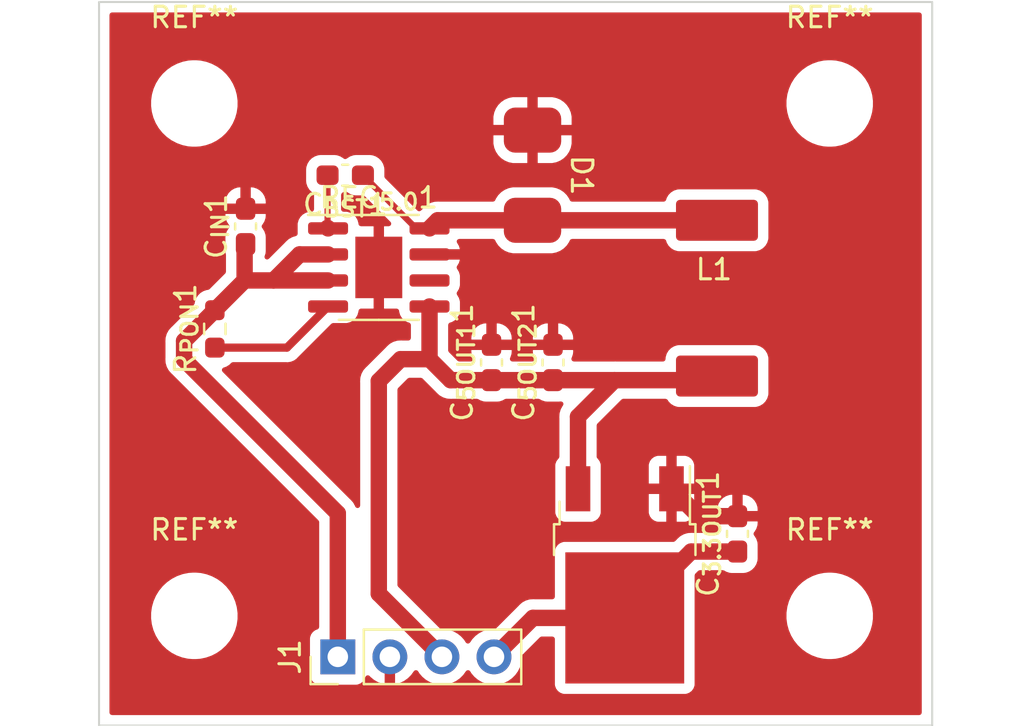
<source format=kicad_pcb>
(kicad_pcb (version 20211014) (generator pcbnew)
  (layers (0 "F.Cu" signal) (31 "B.Cu" signal) (34 "B.Paste" user) (35 "F.Paste" user) (36 "B.SilkS" user "B.Silkscreen") (37 "F.SilkS" user "F.Silkscreen") (38 "B.Mask" user) (39 "F.Mask" user) (44 "Edge.Cuts" user))
  (net 0 "")
  (net 1 "GND")
  (net 2 "Net-(C_{BST}1-Pad2)")
  (net 3 "+7.5V")
  (net 4 "+5V")
  (net 6 "+3V3")
  (net 7 "Net-(REG_{5.0}1-Pad4)")
  (net 8 "Net-(C_{BST}1-Pad1)")
  (footprint "Capacitor_SMD:C_0603_1608Metric_Pad1.08x0.95mm_HandSolder" (layer "F.Cu") (at 111.3625 77.5 180)
    (fp_text reference "C_{BST}1" (at 0 -1.43) (layer "F.SilkS"))
    (fp_text value "0.1uF")
    (fp_line (start -0.146267 0.51) (end 0.146267 0.51) (layer "F.SilkS") (width 0.12))
    (fp_line (start -0.146267 -0.51) (end 0.146267 -0.51) (layer "F.SilkS") (width 0.12))
    (pad "1" smd roundrect (at -0.8625 0 180) (size 1.075 0.95) (layers "F.Cu" "F.Paste" "F.Mask") (net 8 "Net-(C_{BST}1-Pad1)"))
    (pad "2" smd roundrect (at 0.8625 0 180) (size 1.075 0.95) (layers "F.Cu" "F.Paste" "F.Mask") (net 2 "Net-(C_{BST}1-Pad2)"))
  )
  (footprint "Custom footprints:CDRH104R inductor" (layer "F.Cu") (at 129.5 83.5)
    (fp_text reference "L1" (at -0.15 -1.4 unlocked) (layer "F.SilkS"))
    (fp_text value "3.8uF")
    (pad "1" smd roundrect (at 0 -3.8) (size 4 2) (layers "F.Cu" "F.Paste" "F.Mask") (roundrect_rratio 0.1) (net 8 "Net-(C_{BST}1-Pad1)"))
    (pad "2" smd roundrect (at 0 3.8) (size 4 2) (layers "F.Cu" "F.Paste" "F.Mask") (roundrect_rratio 0.1) (net 4 "+5V"))
  )
  (footprint "Capacitor_SMD:C_0603_1608Metric_Pad1.08x0.95mm_HandSolder" (layer "F.Cu") (at 121.5 86.6375 90)
    (fp_text reference "C_{5OUT2}1" (at 0 -1.43 90) (layer "F.SilkS"))
    (fp_text value "22uF")
    (fp_line (start -0.146267 0.51) (end 0.146267 0.51) (layer "F.SilkS") (width 0.12))
    (fp_line (start -0.146267 -0.51) (end 0.146267 -0.51) (layer "F.SilkS") (width 0.12))
    (pad "1" smd roundrect (at -0.8625 0 90) (size 1.075 0.95) (layers "F.Cu" "F.Paste" "F.Mask") (net 4 "+5V"))
    (pad "2" smd roundrect (at 0.8625 0 90) (size 1.075 0.95) (layers "F.Cu" "F.Paste" "F.Mask") (net 1 "GND"))
  )
  (footprint "Capacitor_SMD:C_0603_1608Metric_Pad1.08x0.95mm_HandSolder" (layer "F.Cu") (at 106.5 80 90)
    (fp_text reference "C_{IN}1" (at 0 -1.43 90) (layer "F.SilkS"))
    (fp_text value "10uF")
    (fp_line (start -0.146267 0.51) (end 0.146267 0.51) (layer "F.SilkS") (width 0.12))
    (fp_line (start -0.146267 -0.51) (end 0.146267 -0.51) (layer "F.SilkS") (width 0.12))
    (pad "1" smd roundrect (at -0.8625 0 90) (size 1.075 0.95) (layers "F.Cu" "F.Paste" "F.Mask") (net 3 "+7.5V"))
    (pad "2" smd roundrect (at 0.8625 0 90) (size 1.075 0.95) (layers "F.Cu" "F.Paste" "F.Mask") (net 1 "GND"))
  )
  (footprint "Package_SO:SOIC-8-1EP_3.9x4.9mm_P1.27mm_EP2.29x3mm" (layer "F.Cu") (at 113 82)
    (fp_text reference "REG_{5.0}1" (at 0 -3.4) (layer "F.SilkS"))
    (fp_text value "ADP2302ARDZ-5.0")
    (fp_line (start 0 -2.56) (end -3.45 -2.56) (layer "F.SilkS") (width 0.12))
    (fp_line (start 0 -2.56) (end 1.95 -2.56) (layer "F.SilkS") (width 0.12))
    (fp_line (start 0 2.56) (end 1.95 2.56) (layer "F.SilkS") (width 0.12))
    (fp_line (start 0 2.56) (end -1.95 2.56) (layer "F.SilkS") (width 0.12))
    (pad "1" smd roundrect (at -2.475 -1.905) (size 1.95 0.6) (layers "F.Cu" "F.Paste" "F.Mask") (net 2 "Net-(C_{BST}1-Pad2)"))
    (pad "2" smd roundrect (at -2.475 -0.635) (size 1.95 0.6) (layers "F.Cu" "F.Paste" "F.Mask") (net 3 "+7.5V"))
    (pad "3" smd roundrect (at -2.475 0.635) (size 1.95 0.6) (layers "F.Cu" "F.Paste" "F.Mask") (net 3 "+7.5V"))
    (pad "4" smd roundrect (at -2.475 1.905) (size 1.95 0.6) (layers "F.Cu" "F.Paste" "F.Mask") (net 7 "Net-(REG_{5.0}1-Pad4)"))
    (pad "5" smd roundrect (at 2.475 1.905) (size 1.95 0.6) (layers "F.Cu" "F.Paste" "F.Mask") (net 4 "+5V"))
    (pad "6" smd roundrect (at 2.475 0.635) (size 1.95 0.6) (layers "F.Cu" "F.Paste" "F.Mask"))
    (pad "7" smd roundrect (at 2.475 -0.635) (size 1.95 0.6) (layers "F.Cu" "F.Paste" "F.Mask") (net 1 "GND"))
    (pad "8" smd roundrect (at 2.475 -1.905) (size 1.95 0.6) (layers "F.Cu" "F.Paste" "F.Mask") (net 8 "Net-(C_{BST}1-Pad1)"))
    (pad "9" smd rect (at 0 0) (size 2.29 3) (layers "F.Cu" "F.Mask") (net 1 "GND"))
  )
  (footprint "MountingHole:MountingHole_3.2mm_M3" (layer "F.Cu") (at 104 74)
    (fp_text reference "REF**" (at 0 -4.2) (layer "F.SilkS"))
    (fp_text value "MountingHole_3.2mm_M3")
    (pad "" np_thru_hole circle (at 0 0) (size 3.2 3.2) (drill 3.2) (layers *.Cu *.Mask))
  )
  (footprint "MountingHole:MountingHole_3.2mm_M3" (layer "F.Cu") (at 104 99)
    (fp_text reference "REF**" (at 0 -4.2) (layer "F.SilkS"))
    (fp_text value "MountingHole_3.2mm_M3")
    (pad "" np_thru_hole circle (at 0 0) (size 3.2 3.2) (drill 3.2) (layers *.Cu *.Mask))
  )
  (footprint "Capacitor_SMD:C_0603_1608Metric_Pad1.08x0.95mm_HandSolder" (layer "F.Cu") (at 130.5 95 90)
    (fp_text reference "C_{3.3OUT}1" (at 0 -1.43 90) (layer "F.SilkS"))
    (fp_text value "22uF")
    (fp_line (start -0.146267 -0.51) (end 0.146267 -0.51) (layer "F.SilkS") (width 0.12))
    (fp_line (start -0.146267 0.51) (end 0.146267 0.51) (layer "F.SilkS") (width 0.12))
    (pad "1" smd roundrect (at -0.8625 0 90) (size 1.075 0.95) (layers "F.Cu" "F.Paste" "F.Mask") (net 6 "+3V3"))
    (pad "2" smd roundrect (at 0.8625 0 90) (size 1.075 0.95) (layers "F.Cu" "F.Paste" "F.Mask") (net 1 "GND"))
  )
  (footprint "Connector_PinHeader_2.54mm:PinHeader_1x04_P2.54mm_Vertical" (layer "F.Cu") (at 111 101 90)
    (fp_text reference "J1" (at 0 -2.33 90) (layer "F.SilkS"))
    (fp_text value "Conn_01x04_Male" hide)
    (fp_line (start -1.33 0) (end -1.33 -1.33) (layer "F.SilkS") (width 0.12))
    (fp_line (start -1.33 1.27) (end -1.33 8.95) (layer "F.SilkS") (width 0.12))
    (fp_line (start 1.33 1.27) (end 1.33 8.95) (layer "F.SilkS") (width 0.12))
    (fp_line (start -1.33 -1.33) (end 0 -1.33) (layer "F.SilkS") (width 0.12))
    (fp_line (start -1.33 8.95) (end 1.33 8.95) (layer "F.SilkS") (width 0.12))
    (fp_line (start -1.33 1.27) (end 1.33 1.27) (layer "F.SilkS") (width 0.12))
    (pad "1" thru_hole rect (at 0 0 90) (size 1.7 1.7) (drill 1) (layers *.Cu *.Mask) (net 3 "+7.5V"))
    (pad "2" thru_hole oval (at 0 2.54 90) (size 1.7 1.7) (drill 1) (layers *.Cu *.Mask) (net 1 "GND"))
    (pad "3" thru_hole oval (at 0 5.08 90) (size 1.7 1.7) (drill 1) (layers *.Cu *.Mask) (net 4 "+5V"))
    (pad "4" thru_hole oval (at 0 7.62 90) (size 1.7 1.7) (drill 1) (layers *.Cu *.Mask) (net 6 "+3V3"))
  )
  (footprint "Capacitor_SMD:C_0603_1608Metric_Pad1.08x0.95mm_HandSolder" (layer "F.Cu") (at 118.5 86.6375 90)
    (fp_text reference "C_{5OUT1}1" (at 0 -1.43 90) (layer "F.SilkS"))
    (fp_text value "22uF")
    (fp_line (start -0.146267 0.51) (end 0.146267 0.51) (layer "F.SilkS") (width 0.12))
    (fp_line (start -0.146267 -0.51) (end 0.146267 -0.51) (layer "F.SilkS") (width 0.12))
    (pad "1" smd roundrect (at -0.8625 0 90) (size 1.075 0.95) (layers "F.Cu" "F.Paste" "F.Mask") (net 4 "+5V"))
    (pad "2" smd roundrect (at 0.8625 0 90) (size 1.075 0.95) (layers "F.Cu" "F.Paste" "F.Mask") (net 1 "GND"))
  )
  (footprint "MountingHole:MountingHole_3.2mm_M3" (layer "F.Cu") (at 135 74)
    (fp_text reference "REF**" (at 0 -4.2) (layer "F.SilkS"))
    (fp_text value "MountingHole_3.2mm_M3")
    (pad "" np_thru_hole circle (at 0 0) (size 3.2 3.2) (drill 3.2) (layers *.Cu *.Mask))
  )
  (footprint "Custom footprints:SSB43L hand solder" (layer "F.Cu") (at 120.5 77.5 -90)
    (fp_text reference "D1" (at 0 -2.4 -90 unlocked) (layer "F.SilkS"))
    (fp_text value "SSB43L")
    (pad "1" smd roundrect (at 2.2 0) (size 2.8 2.2) (layers "F.Cu" "F.Paste" "F.Mask") (net 8 "Net-(C_{BST}1-Pad1)"))
    (pad "2" smd roundrect (at -2.2 0) (size 2.8 2.2) (layers "F.Cu" "F.Paste" "F.Mask") (net 1 "GND"))
  )
  (footprint "Resistor_SMD:R_0603_1608Metric_Pad0.98x0.95mm_HandSolder" (layer "F.Cu") (at 105 85 90)
    (fp_text reference "R_{PON}1" (at 0 -1.43 90) (layer "F.SilkS"))
    (fp_text value "100K")
    (fp_line (start -0.254724 0.5225) (end 0.254724 0.5225) (layer "F.SilkS") (width 0.12))
    (fp_line (start -0.254724 -0.5225) (end 0.254724 -0.5225) (layer "F.SilkS") (width 0.12))
    (pad "1" smd roundrect (at -0.9125 0 90) (size 0.975 0.95) (layers "F.Cu" "F.Paste" "F.Mask") (net 7 "Net-(REG_{5.0}1-Pad4)"))
    (pad "2" smd roundrect (at 0.9125 0 90) (size 0.975 0.95) (layers "F.Cu" "F.Paste" "F.Mask") (net 3 "+7.5V"))
  )
  (footprint "Package_TO_SOT_SMD:TO-252-2" (layer "F.Cu") (at 125 97 -90)
    (fp_text reference "LinReg_{3.3}1" hide)
    (fp_text value "AZ1117-3.3")
    (fp_line (start -2.47 -3.45) (end -2.47 -3.18) (layer "F.SilkS") (width 0.12))
    (fp_line (start -2.47 3.18) (end -3.57 3.18) (layer "F.SilkS") (width 0.12))
    (fp_line (start -2.47 3.45) (end -2.47 3.18) (layer "F.SilkS") (width 0.12))
    (fp_line (start -0.97 3.45) (end -2.47 3.45) (layer "F.SilkS") (width 0.12))
    (fp_line (start -0.97 -3.45) (end -2.47 -3.45) (layer "F.SilkS") (width 0.12))
    (fp_line (start -2.47 -3.18) (end -5.3 -3.18) (layer "F.SilkS") (width 0.12))
    (pad "1" smd rect (at -4.2 -2.28 270) (size 2.2 1.2) (layers "F.Cu" "F.Paste" "F.Mask") (net 1 "GND"))
    (pad "2" smd rect (at 2.1 0 270) (size 6.4 5.8) (layers "F.Cu" "F.Mask") (net 6 "+3V3"))
    (pad "3" smd rect (at -4.2 2.28 270) (size 2.2 1.2) (layers "F.Cu" "F.Paste" "F.Mask") (net 4 "+5V"))
  )
  (footprint "MountingHole:MountingHole_3.2mm_M3" (layer "F.Cu") (at 135 99)
    (fp_text reference "REF**" (at 0 -4.2) (layer "F.SilkS"))
    (fp_text value "MountingHole_3.2mm_M3")
    (pad "" np_thru_hole circle (at 0 0) (size 3.2 3.2) (drill 3.2) (layers *.Cu *.Mask))
  )
  (gr_rect (start 99.35 104.35) (end 140 69.05) (layer "Edge.Cuts") (width 0.1) (fill none))
  (segment (start 130.5 94.1375) (end 128.6175 94.1375) (width 0.8) (layer "F.Cu") (net 1))
  (segment (start 128.6175 94.1375) (end 127.28 92.8) (width 0.8) (layer "F.Cu") (net 1))
  (segment (start 110.5 80.07) (end 110.525 80.095) (width 0.8) (layer "F.Cu") (net 2))
  (segment (start 110.5 77.5) (end 110.5 80.07) (width 0.3) (layer "F.Cu") (net 2))
  (segment (start 107.865 82.635) (end 106.4525 82.635) (width 0.8) (layer "F.Cu") (net 3))
  (segment (start 106.4525 82.635) (end 105 84.0875) (width 0.8) (layer "F.Cu") (net 3))
  (segment (start 110.525 82.635) (end 107.865 82.635) (width 0.8) (layer "F.Cu") (net 3))
  (segment (start 109.135 81.365) (end 110.525 81.365) (width 0.8) (layer "F.Cu") (net 3))
  (segment (start 107.865 82.635) (end 109.135 81.365) (width 0.8) (layer "F.Cu") (net 3))
  (segment (start 111 94) (end 111 101) (width 0.8) (layer "F.Cu") (net 3))
  (segment (start 103.5 85.5875) (end 103.5 86.5) (width 0.8) (layer "F.Cu") (net 3))
  (segment (start 106.4525 80.91) (end 106.5 80.8625) (width 0.8) (layer "F.Cu") (net 3))
  (segment (start 106.4525 82.635) (end 106.4525 80.91) (width 0.8) (layer "F.Cu") (net 3))
  (segment (start 103.5 86.5) (end 111 94) (width 0.8) (layer "F.Cu") (net 3))
  (segment (start 105 84.0875) (end 103.5 85.5875) (width 0.8) (layer "F.Cu") (net 3))
  (segment (start 113 97.92) (end 113 87.54) (width 0.8) (layer "F.Cu") (net 4))
  (segment (start 122.72 92.8) (end 122.72 89.28) (width 0.8) (layer "F.Cu") (net 4))
  (segment (start 121.5 87.5) (end 124.5 87.5) (width 0.8) (layer "F.Cu") (net 4))
  (segment (start 129.3 87.5) (end 129.5 87.3) (width 0.8) (layer "F.Cu") (net 4))
  (segment (start 113 87.54) (end 114.065 86.475) (width 0.8) (layer "F.Cu") (net 4))
  (segment (start 122.72 89.28) (end 124.5 87.5) (width 0.8) (layer "F.Cu") (net 4))
  (segment (start 115.475 86.475) (end 116.5 87.5) (width 0.8) (layer "F.Cu") (net 4))
  (segment (start 116.5 87.5) (end 118.5 87.5) (width 0.8) (layer "F.Cu") (net 4))
  (segment (start 116.08 101) (end 113 97.92) (width 0.8) (layer "F.Cu") (net 4))
  (segment (start 124.5 87.5) (end 129.3 87.5) (width 0.8) (layer "F.Cu") (net 4))
  (segment (start 114.065 86.475) (end 115.475 86.475) (width 0.8) (layer "F.Cu") (net 4))
  (segment (start 115.475 83.905) (end 115.475 86.475) (width 0.8) (layer "F.Cu") (net 4))
  (segment (start 118.5 87.5) (end 121.5 87.5) (width 0.8) (layer "F.Cu") (net 4))
  (segment (start 128.2375 95.8625) (end 125 99.1) (width 0.8) (layer "F.Cu") (net 6))
  (segment (start 130.5 95.8625) (end 128.2375 95.8625) (width 0.8) (layer "F.Cu") (net 6))
  (segment (start 120.52 99.1) (end 118.62 101) (width 0.8) (layer "F.Cu") (net 6))
  (segment (start 125 99.1) (end 120.52 99.1) (width 0.8) (layer "F.Cu") (net 6))
  (segment (start 105 85.9125) (end 108.5175 85.9125) (width 0.4) (layer "F.Cu") (net 7))
  (segment (start 108.5175 85.9125) (end 110.525 83.905) (width 0.4) (layer "F.Cu") (net 7))
  (segment (start 114.82 80.095) (end 112.225 77.5) (width 0.3) (layer "F.Cu") (net 8))
  (segment (start 120.5 79.7) (end 129.5 79.7) (width 0.8) (layer "F.Cu") (net 8))
  (segment (start 115.475 80.095) (end 114.82 80.095) (width 0.3) (layer "F.Cu") (net 8))
  (segment (start 120.5 79.7) (end 115.87 79.7) (width 0.8) (layer "F.Cu") (net 8))
  (segment (start 115.87 79.7) (end 115.475 80.095) (width 0.8) (layer "F.Cu") (net 8))
  (zone (net 1) (net_name "GND") (layer "F.Cu") (connect_pads (clearance 0.508)) (min_thickness 0.254) (fill yes (thermal_gap 0.508) (thermal_bridge_width 0.508))
    (polygon (pts (xy 140 104.35) (xy 99.35 104.35) (xy 99.35 69.05) (xy 140 69.05)))
  )
)
</source>
